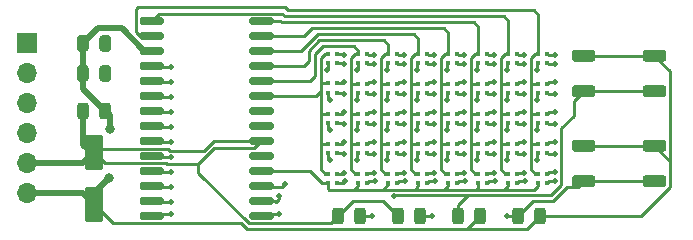
<source format=gbr>
%TF.GenerationSoftware,KiCad,Pcbnew,5.1.6-c6e7f7d~87~ubuntu18.04.1*%
%TF.CreationDate,2020-09-19T20:19:40+02:00*%
%TF.ProjectId,rgbpmod,72676270-6d6f-4642-9e6b-696361645f70,rev?*%
%TF.SameCoordinates,Original*%
%TF.FileFunction,Copper,L1,Top*%
%TF.FilePolarity,Positive*%
%FSLAX46Y46*%
G04 Gerber Fmt 4.6, Leading zero omitted, Abs format (unit mm)*
G04 Created by KiCad (PCBNEW 5.1.6-c6e7f7d~87~ubuntu18.04.1) date 2020-09-19 20:19:40*
%MOMM*%
%LPD*%
G01*
G04 APERTURE LIST*
%TA.AperFunction,SMDPad,CuDef*%
%ADD10R,0.450000X0.450000*%
%TD*%
%TA.AperFunction,ComponentPad*%
%ADD11R,1.700000X1.700000*%
%TD*%
%TA.AperFunction,ComponentPad*%
%ADD12O,1.700000X1.700000*%
%TD*%
%TA.AperFunction,ViaPad*%
%ADD13C,0.800000*%
%TD*%
%TA.AperFunction,ViaPad*%
%ADD14C,0.500000*%
%TD*%
%TA.AperFunction,Conductor*%
%ADD15C,0.500000*%
%TD*%
%TA.AperFunction,Conductor*%
%ADD16C,0.250000*%
%TD*%
G04 APERTURE END LIST*
%TO.P,C1,2*%
%TO.N,VCC*%
%TA.AperFunction,SMDPad,CuDef*%
G36*
G01*
X134435000Y-79831250D02*
X134435000Y-78918750D01*
G75*
G02*
X134678750Y-78675000I243750J0D01*
G01*
X135166250Y-78675000D01*
G75*
G02*
X135410000Y-78918750I0J-243750D01*
G01*
X135410000Y-79831250D01*
G75*
G02*
X135166250Y-80075000I-243750J0D01*
G01*
X134678750Y-80075000D01*
G75*
G02*
X134435000Y-79831250I0J243750D01*
G01*
G37*
%TD.AperFunction*%
%TO.P,C1,1*%
%TO.N,BTN1*%
%TA.AperFunction,SMDPad,CuDef*%
G36*
G01*
X132560000Y-79831250D02*
X132560000Y-78918750D01*
G75*
G02*
X132803750Y-78675000I243750J0D01*
G01*
X133291250Y-78675000D01*
G75*
G02*
X133535000Y-78918750I0J-243750D01*
G01*
X133535000Y-79831250D01*
G75*
G02*
X133291250Y-80075000I-243750J0D01*
G01*
X132803750Y-80075000D01*
G75*
G02*
X132560000Y-79831250I0J243750D01*
G01*
G37*
%TD.AperFunction*%
%TD*%
%TO.P,C2,1*%
%TO.N,BTN2*%
%TA.AperFunction,SMDPad,CuDef*%
G36*
G01*
X137640000Y-79831250D02*
X137640000Y-78918750D01*
G75*
G02*
X137883750Y-78675000I243750J0D01*
G01*
X138371250Y-78675000D01*
G75*
G02*
X138615000Y-78918750I0J-243750D01*
G01*
X138615000Y-79831250D01*
G75*
G02*
X138371250Y-80075000I-243750J0D01*
G01*
X137883750Y-80075000D01*
G75*
G02*
X137640000Y-79831250I0J243750D01*
G01*
G37*
%TD.AperFunction*%
%TO.P,C2,2*%
%TO.N,VCC*%
%TA.AperFunction,SMDPad,CuDef*%
G36*
G01*
X139515000Y-79831250D02*
X139515000Y-78918750D01*
G75*
G02*
X139758750Y-78675000I243750J0D01*
G01*
X140246250Y-78675000D01*
G75*
G02*
X140490000Y-78918750I0J-243750D01*
G01*
X140490000Y-79831250D01*
G75*
G02*
X140246250Y-80075000I-243750J0D01*
G01*
X139758750Y-80075000D01*
G75*
G02*
X139515000Y-79831250I0J243750D01*
G01*
G37*
%TD.AperFunction*%
%TD*%
D10*
%TO.P,D1,1*%
%TO.N,SEG1*%
X122043000Y-65655000D03*
%TO.P,D1,2*%
%TO.N,GRID1*%
X122813000Y-65655000D03*
%TO.P,D1,3*%
%TO.N,GRID2*%
X122813000Y-66425000D03*
%TO.P,D1,4*%
%TO.N,GRID3*%
X122043000Y-66425000D03*
%TD*%
%TO.P,D2,4*%
%TO.N,GRID6*%
X122043000Y-68925000D03*
%TO.P,D2,3*%
%TO.N,GRID5*%
X122813000Y-68925000D03*
%TO.P,D2,2*%
%TO.N,GRID4*%
X122813000Y-68155000D03*
%TO.P,D2,1*%
%TO.N,SEG1*%
X122043000Y-68155000D03*
%TD*%
%TO.P,D3,1*%
%TO.N,SEG1*%
X122043000Y-70735000D03*
%TO.P,D3,2*%
%TO.N,GRID7*%
X122813000Y-70735000D03*
%TO.P,D3,3*%
%TO.N,GRID8*%
X122813000Y-71505000D03*
%TO.P,D3,4*%
%TO.N,GRID9*%
X122043000Y-71505000D03*
%TD*%
%TO.P,D4,4*%
%TO.N,GRID12*%
X122043000Y-74045000D03*
%TO.P,D4,3*%
%TO.N,GRID11*%
X122813000Y-74045000D03*
%TO.P,D4,2*%
%TO.N,GRID10*%
X122813000Y-73275000D03*
%TO.P,D4,1*%
%TO.N,SEG1*%
X122043000Y-73275000D03*
%TD*%
%TO.P,D5,1*%
%TO.N,SEG1*%
X122043000Y-75815000D03*
%TO.P,D5,2*%
%TO.N,GRID13*%
X122813000Y-75815000D03*
%TO.P,D5,3*%
%TO.N,GRID14*%
X122813000Y-76585000D03*
%TO.P,D5,4*%
%TO.N,GRID15*%
X122043000Y-76585000D03*
%TD*%
%TO.P,D6,4*%
%TO.N,GRID3*%
X124583000Y-66425000D03*
%TO.P,D6,3*%
%TO.N,GRID2*%
X125353000Y-66425000D03*
%TO.P,D6,2*%
%TO.N,GRID1*%
X125353000Y-65655000D03*
%TO.P,D6,1*%
%TO.N,SEG2*%
X124583000Y-65655000D03*
%TD*%
%TO.P,D7,1*%
%TO.N,SEG2*%
X124583000Y-68195000D03*
%TO.P,D7,2*%
%TO.N,GRID4*%
X125353000Y-68195000D03*
%TO.P,D7,3*%
%TO.N,GRID5*%
X125353000Y-68965000D03*
%TO.P,D7,4*%
%TO.N,GRID6*%
X124583000Y-68965000D03*
%TD*%
%TO.P,D8,1*%
%TO.N,SEG2*%
X124583000Y-70735000D03*
%TO.P,D8,2*%
%TO.N,GRID7*%
X125353000Y-70735000D03*
%TO.P,D8,3*%
%TO.N,GRID8*%
X125353000Y-71505000D03*
%TO.P,D8,4*%
%TO.N,GRID9*%
X124583000Y-71505000D03*
%TD*%
%TO.P,D9,4*%
%TO.N,GRID12*%
X124583000Y-74045000D03*
%TO.P,D9,3*%
%TO.N,GRID11*%
X125353000Y-74045000D03*
%TO.P,D9,2*%
%TO.N,GRID10*%
X125353000Y-73275000D03*
%TO.P,D9,1*%
%TO.N,SEG2*%
X124583000Y-73275000D03*
%TD*%
%TO.P,D10,4*%
%TO.N,GRID15*%
X124583000Y-76585000D03*
%TO.P,D10,3*%
%TO.N,GRID14*%
X125353000Y-76585000D03*
%TO.P,D10,2*%
%TO.N,GRID13*%
X125353000Y-75815000D03*
%TO.P,D10,1*%
%TO.N,SEG2*%
X124583000Y-75815000D03*
%TD*%
%TO.P,D11,4*%
%TO.N,GRID3*%
X127123000Y-66425000D03*
%TO.P,D11,3*%
%TO.N,GRID2*%
X127893000Y-66425000D03*
%TO.P,D11,2*%
%TO.N,GRID1*%
X127893000Y-65655000D03*
%TO.P,D11,1*%
%TO.N,SEG3*%
X127123000Y-65655000D03*
%TD*%
%TO.P,D12,1*%
%TO.N,SEG3*%
X127123000Y-68195000D03*
%TO.P,D12,2*%
%TO.N,GRID4*%
X127893000Y-68195000D03*
%TO.P,D12,3*%
%TO.N,GRID5*%
X127893000Y-68965000D03*
%TO.P,D12,4*%
%TO.N,GRID6*%
X127123000Y-68965000D03*
%TD*%
%TO.P,D13,4*%
%TO.N,GRID9*%
X127123000Y-71505000D03*
%TO.P,D13,3*%
%TO.N,GRID8*%
X127893000Y-71505000D03*
%TO.P,D13,2*%
%TO.N,GRID7*%
X127893000Y-70735000D03*
%TO.P,D13,1*%
%TO.N,SEG3*%
X127123000Y-70735000D03*
%TD*%
%TO.P,D14,1*%
%TO.N,SEG3*%
X127123000Y-73275000D03*
%TO.P,D14,2*%
%TO.N,GRID10*%
X127893000Y-73275000D03*
%TO.P,D14,3*%
%TO.N,GRID11*%
X127893000Y-74045000D03*
%TO.P,D14,4*%
%TO.N,GRID12*%
X127123000Y-74045000D03*
%TD*%
%TO.P,D15,1*%
%TO.N,SEG3*%
X127123000Y-75815000D03*
%TO.P,D15,2*%
%TO.N,GRID13*%
X127893000Y-75815000D03*
%TO.P,D15,3*%
%TO.N,GRID14*%
X127893000Y-76585000D03*
%TO.P,D15,4*%
%TO.N,GRID15*%
X127123000Y-76585000D03*
%TD*%
%TO.P,D16,4*%
%TO.N,GRID3*%
X129663000Y-66425000D03*
%TO.P,D16,3*%
%TO.N,GRID2*%
X130433000Y-66425000D03*
%TO.P,D16,2*%
%TO.N,GRID1*%
X130433000Y-65655000D03*
%TO.P,D16,1*%
%TO.N,SEG4*%
X129663000Y-65655000D03*
%TD*%
%TO.P,D17,1*%
%TO.N,SEG4*%
X129663000Y-68195000D03*
%TO.P,D17,2*%
%TO.N,GRID4*%
X130433000Y-68195000D03*
%TO.P,D17,3*%
%TO.N,GRID5*%
X130433000Y-68965000D03*
%TO.P,D17,4*%
%TO.N,GRID6*%
X129663000Y-68965000D03*
%TD*%
%TO.P,D18,4*%
%TO.N,GRID9*%
X129663000Y-71505000D03*
%TO.P,D18,3*%
%TO.N,GRID8*%
X130433000Y-71505000D03*
%TO.P,D18,2*%
%TO.N,GRID7*%
X130433000Y-70735000D03*
%TO.P,D18,1*%
%TO.N,SEG4*%
X129663000Y-70735000D03*
%TD*%
%TO.P,D19,1*%
%TO.N,SEG4*%
X129663000Y-73275000D03*
%TO.P,D19,2*%
%TO.N,GRID10*%
X130433000Y-73275000D03*
%TO.P,D19,3*%
%TO.N,GRID11*%
X130433000Y-74045000D03*
%TO.P,D19,4*%
%TO.N,GRID12*%
X129663000Y-74045000D03*
%TD*%
%TO.P,D20,4*%
%TO.N,GRID15*%
X129663000Y-76585000D03*
%TO.P,D20,3*%
%TO.N,GRID14*%
X130433000Y-76585000D03*
%TO.P,D20,2*%
%TO.N,GRID13*%
X130433000Y-75815000D03*
%TO.P,D20,1*%
%TO.N,SEG4*%
X129663000Y-75815000D03*
%TD*%
%TO.P,D21,4*%
%TO.N,GRID3*%
X132203000Y-66425000D03*
%TO.P,D21,3*%
%TO.N,GRID2*%
X132973000Y-66425000D03*
%TO.P,D21,2*%
%TO.N,GRID1*%
X132973000Y-65655000D03*
%TO.P,D21,1*%
%TO.N,SEG5*%
X132203000Y-65655000D03*
%TD*%
%TO.P,D22,4*%
%TO.N,GRID6*%
X132203000Y-68965000D03*
%TO.P,D22,3*%
%TO.N,GRID5*%
X132973000Y-68965000D03*
%TO.P,D22,2*%
%TO.N,GRID4*%
X132973000Y-68195000D03*
%TO.P,D22,1*%
%TO.N,SEG5*%
X132203000Y-68195000D03*
%TD*%
%TO.P,D23,4*%
%TO.N,GRID9*%
X132203000Y-71505000D03*
%TO.P,D23,3*%
%TO.N,GRID8*%
X132973000Y-71505000D03*
%TO.P,D23,2*%
%TO.N,GRID7*%
X132973000Y-70735000D03*
%TO.P,D23,1*%
%TO.N,SEG5*%
X132203000Y-70735000D03*
%TD*%
%TO.P,D24,1*%
%TO.N,SEG5*%
X132203000Y-73275000D03*
%TO.P,D24,2*%
%TO.N,GRID10*%
X132973000Y-73275000D03*
%TO.P,D24,3*%
%TO.N,GRID11*%
X132973000Y-74045000D03*
%TO.P,D24,4*%
%TO.N,GRID12*%
X132203000Y-74045000D03*
%TD*%
%TO.P,D25,1*%
%TO.N,SEG5*%
X132203000Y-75815000D03*
%TO.P,D25,2*%
%TO.N,GRID13*%
X132973000Y-75815000D03*
%TO.P,D25,3*%
%TO.N,GRID14*%
X132973000Y-76585000D03*
%TO.P,D25,4*%
%TO.N,GRID15*%
X132203000Y-76585000D03*
%TD*%
%TO.P,D26,4*%
%TO.N,GRID3*%
X134743000Y-66425000D03*
%TO.P,D26,3*%
%TO.N,GRID2*%
X135513000Y-66425000D03*
%TO.P,D26,2*%
%TO.N,GRID1*%
X135513000Y-65655000D03*
%TO.P,D26,1*%
%TO.N,SEG6*%
X134743000Y-65655000D03*
%TD*%
%TO.P,D27,1*%
%TO.N,SEG6*%
X134743000Y-68195000D03*
%TO.P,D27,2*%
%TO.N,GRID4*%
X135513000Y-68195000D03*
%TO.P,D27,3*%
%TO.N,GRID5*%
X135513000Y-68965000D03*
%TO.P,D27,4*%
%TO.N,GRID6*%
X134743000Y-68965000D03*
%TD*%
%TO.P,D28,4*%
%TO.N,GRID9*%
X134743000Y-71505000D03*
%TO.P,D28,3*%
%TO.N,GRID8*%
X135513000Y-71505000D03*
%TO.P,D28,2*%
%TO.N,GRID7*%
X135513000Y-70735000D03*
%TO.P,D28,1*%
%TO.N,SEG6*%
X134743000Y-70735000D03*
%TD*%
%TO.P,D29,1*%
%TO.N,SEG6*%
X134743000Y-73275000D03*
%TO.P,D29,2*%
%TO.N,GRID10*%
X135513000Y-73275000D03*
%TO.P,D29,3*%
%TO.N,GRID11*%
X135513000Y-74045000D03*
%TO.P,D29,4*%
%TO.N,GRID12*%
X134743000Y-74045000D03*
%TD*%
%TO.P,D30,4*%
%TO.N,GRID15*%
X134743000Y-76585000D03*
%TO.P,D30,3*%
%TO.N,GRID14*%
X135513000Y-76585000D03*
%TO.P,D30,2*%
%TO.N,GRID13*%
X135513000Y-75815000D03*
%TO.P,D30,1*%
%TO.N,SEG6*%
X134743000Y-75815000D03*
%TD*%
%TO.P,D31,4*%
%TO.N,GRID3*%
X137283000Y-66425000D03*
%TO.P,D31,3*%
%TO.N,GRID2*%
X138053000Y-66425000D03*
%TO.P,D31,2*%
%TO.N,GRID1*%
X138053000Y-65655000D03*
%TO.P,D31,1*%
%TO.N,SEG7*%
X137283000Y-65655000D03*
%TD*%
%TO.P,D32,1*%
%TO.N,SEG7*%
X137283000Y-68195000D03*
%TO.P,D32,2*%
%TO.N,GRID4*%
X138053000Y-68195000D03*
%TO.P,D32,3*%
%TO.N,GRID5*%
X138053000Y-68965000D03*
%TO.P,D32,4*%
%TO.N,GRID6*%
X137283000Y-68965000D03*
%TD*%
%TO.P,D33,4*%
%TO.N,GRID9*%
X137283000Y-71505000D03*
%TO.P,D33,3*%
%TO.N,GRID8*%
X138053000Y-71505000D03*
%TO.P,D33,2*%
%TO.N,GRID7*%
X138053000Y-70735000D03*
%TO.P,D33,1*%
%TO.N,SEG7*%
X137283000Y-70735000D03*
%TD*%
%TO.P,D34,1*%
%TO.N,SEG7*%
X137283000Y-73275000D03*
%TO.P,D34,2*%
%TO.N,GRID10*%
X138053000Y-73275000D03*
%TO.P,D34,3*%
%TO.N,GRID11*%
X138053000Y-74045000D03*
%TO.P,D34,4*%
%TO.N,GRID12*%
X137283000Y-74045000D03*
%TD*%
%TO.P,D35,1*%
%TO.N,SEG7*%
X137283000Y-75815000D03*
%TO.P,D35,2*%
%TO.N,GRID13*%
X138053000Y-75815000D03*
%TO.P,D35,3*%
%TO.N,GRID14*%
X138053000Y-76585000D03*
%TO.P,D35,4*%
%TO.N,GRID15*%
X137283000Y-76585000D03*
%TD*%
%TO.P,D36,1*%
%TO.N,SEG8*%
X139823000Y-65655000D03*
%TO.P,D36,2*%
%TO.N,GRID1*%
X140593000Y-65655000D03*
%TO.P,D36,3*%
%TO.N,GRID2*%
X140593000Y-66425000D03*
%TO.P,D36,4*%
%TO.N,GRID3*%
X139823000Y-66425000D03*
%TD*%
%TO.P,D37,1*%
%TO.N,SEG8*%
X139823000Y-68195000D03*
%TO.P,D37,2*%
%TO.N,GRID4*%
X140593000Y-68195000D03*
%TO.P,D37,3*%
%TO.N,GRID5*%
X140593000Y-68965000D03*
%TO.P,D37,4*%
%TO.N,GRID6*%
X139823000Y-68965000D03*
%TD*%
%TO.P,D38,4*%
%TO.N,GRID9*%
X139823000Y-71505000D03*
%TO.P,D38,3*%
%TO.N,GRID8*%
X140593000Y-71505000D03*
%TO.P,D38,2*%
%TO.N,GRID7*%
X140593000Y-70735000D03*
%TO.P,D38,1*%
%TO.N,SEG8*%
X139823000Y-70735000D03*
%TD*%
%TO.P,D39,1*%
%TO.N,SEG8*%
X139823000Y-73275000D03*
%TO.P,D39,2*%
%TO.N,GRID10*%
X140593000Y-73275000D03*
%TO.P,D39,3*%
%TO.N,GRID11*%
X140593000Y-74045000D03*
%TO.P,D39,4*%
%TO.N,GRID12*%
X139823000Y-74045000D03*
%TD*%
%TO.P,D40,4*%
%TO.N,GRID15*%
X139823000Y-76585000D03*
%TO.P,D40,3*%
%TO.N,GRID14*%
X140593000Y-76585000D03*
%TO.P,D40,2*%
%TO.N,GRID13*%
X140593000Y-75815000D03*
%TO.P,D40,1*%
%TO.N,SEG8*%
X139823000Y-75815000D03*
%TD*%
D11*
%TO.P,J1,1*%
%TO.N,DIN*%
X96520000Y-64770000D03*
D12*
%TO.P,J1,2*%
%TO.N,SCLK*%
X96520000Y-67310000D03*
%TO.P,J1,3*%
%TO.N,BTN1*%
X96520000Y-69850000D03*
%TO.P,J1,4*%
%TO.N,BTN2*%
X96520000Y-72390000D03*
%TO.P,J1,5*%
%TO.N,GND*%
X96520000Y-74930000D03*
%TO.P,J1,6*%
%TO.N,VCC*%
X96520000Y-77470000D03*
%TD*%
%TO.P,R1,2*%
%TO.N,BTN1*%
%TA.AperFunction,SMDPad,CuDef*%
G36*
G01*
X124275000Y-79831250D02*
X124275000Y-78918750D01*
G75*
G02*
X124518750Y-78675000I243750J0D01*
G01*
X125006250Y-78675000D01*
G75*
G02*
X125250000Y-78918750I0J-243750D01*
G01*
X125250000Y-79831250D01*
G75*
G02*
X125006250Y-80075000I-243750J0D01*
G01*
X124518750Y-80075000D01*
G75*
G02*
X124275000Y-79831250I0J243750D01*
G01*
G37*
%TD.AperFunction*%
%TO.P,R1,1*%
%TO.N,GND*%
%TA.AperFunction,SMDPad,CuDef*%
G36*
G01*
X122400000Y-79831250D02*
X122400000Y-78918750D01*
G75*
G02*
X122643750Y-78675000I243750J0D01*
G01*
X123131250Y-78675000D01*
G75*
G02*
X123375000Y-78918750I0J-243750D01*
G01*
X123375000Y-79831250D01*
G75*
G02*
X123131250Y-80075000I-243750J0D01*
G01*
X122643750Y-80075000D01*
G75*
G02*
X122400000Y-79831250I0J243750D01*
G01*
G37*
%TD.AperFunction*%
%TD*%
%TO.P,R2,2*%
%TO.N,BTN2*%
%TA.AperFunction,SMDPad,CuDef*%
G36*
G01*
X129355000Y-79831250D02*
X129355000Y-78918750D01*
G75*
G02*
X129598750Y-78675000I243750J0D01*
G01*
X130086250Y-78675000D01*
G75*
G02*
X130330000Y-78918750I0J-243750D01*
G01*
X130330000Y-79831250D01*
G75*
G02*
X130086250Y-80075000I-243750J0D01*
G01*
X129598750Y-80075000D01*
G75*
G02*
X129355000Y-79831250I0J243750D01*
G01*
G37*
%TD.AperFunction*%
%TO.P,R2,1*%
%TO.N,GND*%
%TA.AperFunction,SMDPad,CuDef*%
G36*
G01*
X127480000Y-79831250D02*
X127480000Y-78918750D01*
G75*
G02*
X127723750Y-78675000I243750J0D01*
G01*
X128211250Y-78675000D01*
G75*
G02*
X128455000Y-78918750I0J-243750D01*
G01*
X128455000Y-79831250D01*
G75*
G02*
X128211250Y-80075000I-243750J0D01*
G01*
X127723750Y-80075000D01*
G75*
G02*
X127480000Y-79831250I0J243750D01*
G01*
G37*
%TD.AperFunction*%
%TD*%
%TO.P,R3,1*%
%TO.N,VCC*%
%TA.AperFunction,SMDPad,CuDef*%
G36*
G01*
X100810000Y-65226250D02*
X100810000Y-64313750D01*
G75*
G02*
X101053750Y-64070000I243750J0D01*
G01*
X101541250Y-64070000D01*
G75*
G02*
X101785000Y-64313750I0J-243750D01*
G01*
X101785000Y-65226250D01*
G75*
G02*
X101541250Y-65470000I-243750J0D01*
G01*
X101053750Y-65470000D01*
G75*
G02*
X100810000Y-65226250I0J243750D01*
G01*
G37*
%TD.AperFunction*%
%TO.P,R3,2*%
%TO.N,DIN*%
%TA.AperFunction,SMDPad,CuDef*%
G36*
G01*
X102685000Y-65226250D02*
X102685000Y-64313750D01*
G75*
G02*
X102928750Y-64070000I243750J0D01*
G01*
X103416250Y-64070000D01*
G75*
G02*
X103660000Y-64313750I0J-243750D01*
G01*
X103660000Y-65226250D01*
G75*
G02*
X103416250Y-65470000I-243750J0D01*
G01*
X102928750Y-65470000D01*
G75*
G02*
X102685000Y-65226250I0J243750D01*
G01*
G37*
%TD.AperFunction*%
%TD*%
%TO.P,R4,1*%
%TO.N,VCC*%
%TA.AperFunction,SMDPad,CuDef*%
G36*
G01*
X100810000Y-67766250D02*
X100810000Y-66853750D01*
G75*
G02*
X101053750Y-66610000I243750J0D01*
G01*
X101541250Y-66610000D01*
G75*
G02*
X101785000Y-66853750I0J-243750D01*
G01*
X101785000Y-67766250D01*
G75*
G02*
X101541250Y-68010000I-243750J0D01*
G01*
X101053750Y-68010000D01*
G75*
G02*
X100810000Y-67766250I0J243750D01*
G01*
G37*
%TD.AperFunction*%
%TO.P,R4,2*%
%TO.N,SCLK*%
%TA.AperFunction,SMDPad,CuDef*%
G36*
G01*
X102685000Y-67766250D02*
X102685000Y-66853750D01*
G75*
G02*
X102928750Y-66610000I243750J0D01*
G01*
X103416250Y-66610000D01*
G75*
G02*
X103660000Y-66853750I0J-243750D01*
G01*
X103660000Y-67766250D01*
G75*
G02*
X103416250Y-68010000I-243750J0D01*
G01*
X102928750Y-68010000D01*
G75*
G02*
X102685000Y-67766250I0J243750D01*
G01*
G37*
%TD.AperFunction*%
%TD*%
%TO.P,SW1,1*%
%TO.N,VCC*%
%TA.AperFunction,SMDPad,CuDef*%
G36*
G01*
X142685000Y-66060000D02*
X142685000Y-65560000D01*
G75*
G02*
X142935000Y-65310000I250000J0D01*
G01*
X144435000Y-65310000D01*
G75*
G02*
X144685000Y-65560000I0J-250000D01*
G01*
X144685000Y-66060000D01*
G75*
G02*
X144435000Y-66310000I-250000J0D01*
G01*
X142935000Y-66310000D01*
G75*
G02*
X142685000Y-66060000I0J250000D01*
G01*
G37*
%TD.AperFunction*%
%TO.P,SW1,2*%
%TO.N,BTN1*%
%TA.AperFunction,SMDPad,CuDef*%
G36*
G01*
X142685000Y-69060000D02*
X142685000Y-68560000D01*
G75*
G02*
X142935000Y-68310000I250000J0D01*
G01*
X144435000Y-68310000D01*
G75*
G02*
X144685000Y-68560000I0J-250000D01*
G01*
X144685000Y-69060000D01*
G75*
G02*
X144435000Y-69310000I-250000J0D01*
G01*
X142935000Y-69310000D01*
G75*
G02*
X142685000Y-69060000I0J250000D01*
G01*
G37*
%TD.AperFunction*%
%TO.P,SW1,1*%
%TO.N,VCC*%
%TA.AperFunction,SMDPad,CuDef*%
G36*
G01*
X148685000Y-66060000D02*
X148685000Y-65560000D01*
G75*
G02*
X148935000Y-65310000I250000J0D01*
G01*
X150435000Y-65310000D01*
G75*
G02*
X150685000Y-65560000I0J-250000D01*
G01*
X150685000Y-66060000D01*
G75*
G02*
X150435000Y-66310000I-250000J0D01*
G01*
X148935000Y-66310000D01*
G75*
G02*
X148685000Y-66060000I0J250000D01*
G01*
G37*
%TD.AperFunction*%
%TO.P,SW1,2*%
%TO.N,BTN1*%
%TA.AperFunction,SMDPad,CuDef*%
G36*
G01*
X148685000Y-69060000D02*
X148685000Y-68560000D01*
G75*
G02*
X148935000Y-68310000I250000J0D01*
G01*
X150435000Y-68310000D01*
G75*
G02*
X150685000Y-68560000I0J-250000D01*
G01*
X150685000Y-69060000D01*
G75*
G02*
X150435000Y-69310000I-250000J0D01*
G01*
X148935000Y-69310000D01*
G75*
G02*
X148685000Y-69060000I0J250000D01*
G01*
G37*
%TD.AperFunction*%
%TD*%
%TO.P,SW2,2*%
%TO.N,BTN2*%
%TA.AperFunction,SMDPad,CuDef*%
G36*
G01*
X148685000Y-76680000D02*
X148685000Y-76180000D01*
G75*
G02*
X148935000Y-75930000I250000J0D01*
G01*
X150435000Y-75930000D01*
G75*
G02*
X150685000Y-76180000I0J-250000D01*
G01*
X150685000Y-76680000D01*
G75*
G02*
X150435000Y-76930000I-250000J0D01*
G01*
X148935000Y-76930000D01*
G75*
G02*
X148685000Y-76680000I0J250000D01*
G01*
G37*
%TD.AperFunction*%
%TO.P,SW2,1*%
%TO.N,VCC*%
%TA.AperFunction,SMDPad,CuDef*%
G36*
G01*
X148685000Y-73680000D02*
X148685000Y-73180000D01*
G75*
G02*
X148935000Y-72930000I250000J0D01*
G01*
X150435000Y-72930000D01*
G75*
G02*
X150685000Y-73180000I0J-250000D01*
G01*
X150685000Y-73680000D01*
G75*
G02*
X150435000Y-73930000I-250000J0D01*
G01*
X148935000Y-73930000D01*
G75*
G02*
X148685000Y-73680000I0J250000D01*
G01*
G37*
%TD.AperFunction*%
%TO.P,SW2,2*%
%TO.N,BTN2*%
%TA.AperFunction,SMDPad,CuDef*%
G36*
G01*
X142685000Y-76680000D02*
X142685000Y-76180000D01*
G75*
G02*
X142935000Y-75930000I250000J0D01*
G01*
X144435000Y-75930000D01*
G75*
G02*
X144685000Y-76180000I0J-250000D01*
G01*
X144685000Y-76680000D01*
G75*
G02*
X144435000Y-76930000I-250000J0D01*
G01*
X142935000Y-76930000D01*
G75*
G02*
X142685000Y-76680000I0J250000D01*
G01*
G37*
%TD.AperFunction*%
%TO.P,SW2,1*%
%TO.N,VCC*%
%TA.AperFunction,SMDPad,CuDef*%
G36*
G01*
X142685000Y-73680000D02*
X142685000Y-73180000D01*
G75*
G02*
X142935000Y-72930000I250000J0D01*
G01*
X144435000Y-72930000D01*
G75*
G02*
X144685000Y-73180000I0J-250000D01*
G01*
X144685000Y-73680000D01*
G75*
G02*
X144435000Y-73930000I-250000J0D01*
G01*
X142935000Y-73930000D01*
G75*
G02*
X142685000Y-73680000I0J250000D01*
G01*
G37*
%TD.AperFunction*%
%TD*%
%TO.P,U1,1*%
%TO.N,GRID12*%
%TA.AperFunction,SMDPad,CuDef*%
G36*
G01*
X117435000Y-79225000D02*
X117435000Y-79525000D01*
G75*
G02*
X117285000Y-79675000I-150000J0D01*
G01*
X115535000Y-79675000D01*
G75*
G02*
X115385000Y-79525000I0J150000D01*
G01*
X115385000Y-79225000D01*
G75*
G02*
X115535000Y-79075000I150000J0D01*
G01*
X117285000Y-79075000D01*
G75*
G02*
X117435000Y-79225000I0J-150000D01*
G01*
G37*
%TD.AperFunction*%
%TO.P,U1,2*%
%TO.N,GRID13*%
%TA.AperFunction,SMDPad,CuDef*%
G36*
G01*
X117435000Y-77955000D02*
X117435000Y-78255000D01*
G75*
G02*
X117285000Y-78405000I-150000J0D01*
G01*
X115535000Y-78405000D01*
G75*
G02*
X115385000Y-78255000I0J150000D01*
G01*
X115385000Y-77955000D01*
G75*
G02*
X115535000Y-77805000I150000J0D01*
G01*
X117285000Y-77805000D01*
G75*
G02*
X117435000Y-77955000I0J-150000D01*
G01*
G37*
%TD.AperFunction*%
%TO.P,U1,3*%
%TO.N,GRID14*%
%TA.AperFunction,SMDPad,CuDef*%
G36*
G01*
X117435000Y-76685000D02*
X117435000Y-76985000D01*
G75*
G02*
X117285000Y-77135000I-150000J0D01*
G01*
X115535000Y-77135000D01*
G75*
G02*
X115385000Y-76985000I0J150000D01*
G01*
X115385000Y-76685000D01*
G75*
G02*
X115535000Y-76535000I150000J0D01*
G01*
X117285000Y-76535000D01*
G75*
G02*
X117435000Y-76685000I0J-150000D01*
G01*
G37*
%TD.AperFunction*%
%TO.P,U1,4*%
%TO.N,GRID15*%
%TA.AperFunction,SMDPad,CuDef*%
G36*
G01*
X117435000Y-75415000D02*
X117435000Y-75715000D01*
G75*
G02*
X117285000Y-75865000I-150000J0D01*
G01*
X115535000Y-75865000D01*
G75*
G02*
X115385000Y-75715000I0J150000D01*
G01*
X115385000Y-75415000D01*
G75*
G02*
X115535000Y-75265000I150000J0D01*
G01*
X117285000Y-75265000D01*
G75*
G02*
X117435000Y-75415000I0J-150000D01*
G01*
G37*
%TD.AperFunction*%
%TO.P,U1,5*%
%TO.N,Net-(U1-Pad5)*%
%TA.AperFunction,SMDPad,CuDef*%
G36*
G01*
X117435000Y-74145000D02*
X117435000Y-74445000D01*
G75*
G02*
X117285000Y-74595000I-150000J0D01*
G01*
X115535000Y-74595000D01*
G75*
G02*
X115385000Y-74445000I0J150000D01*
G01*
X115385000Y-74145000D01*
G75*
G02*
X115535000Y-73995000I150000J0D01*
G01*
X117285000Y-73995000D01*
G75*
G02*
X117435000Y-74145000I0J-150000D01*
G01*
G37*
%TD.AperFunction*%
%TO.P,U1,6*%
%TO.N,GND*%
%TA.AperFunction,SMDPad,CuDef*%
G36*
G01*
X117435000Y-72875000D02*
X117435000Y-73175000D01*
G75*
G02*
X117285000Y-73325000I-150000J0D01*
G01*
X115535000Y-73325000D01*
G75*
G02*
X115385000Y-73175000I0J150000D01*
G01*
X115385000Y-72875000D01*
G75*
G02*
X115535000Y-72725000I150000J0D01*
G01*
X117285000Y-72725000D01*
G75*
G02*
X117435000Y-72875000I0J-150000D01*
G01*
G37*
%TD.AperFunction*%
%TO.P,U1,7*%
%TO.N,DIN*%
%TA.AperFunction,SMDPad,CuDef*%
G36*
G01*
X117435000Y-71605000D02*
X117435000Y-71905000D01*
G75*
G02*
X117285000Y-72055000I-150000J0D01*
G01*
X115535000Y-72055000D01*
G75*
G02*
X115385000Y-71905000I0J150000D01*
G01*
X115385000Y-71605000D01*
G75*
G02*
X115535000Y-71455000I150000J0D01*
G01*
X117285000Y-71455000D01*
G75*
G02*
X117435000Y-71605000I0J-150000D01*
G01*
G37*
%TD.AperFunction*%
%TO.P,U1,8*%
%TO.N,SCLK*%
%TA.AperFunction,SMDPad,CuDef*%
G36*
G01*
X117435000Y-70335000D02*
X117435000Y-70635000D01*
G75*
G02*
X117285000Y-70785000I-150000J0D01*
G01*
X115535000Y-70785000D01*
G75*
G02*
X115385000Y-70635000I0J150000D01*
G01*
X115385000Y-70335000D01*
G75*
G02*
X115535000Y-70185000I150000J0D01*
G01*
X117285000Y-70185000D01*
G75*
G02*
X117435000Y-70335000I0J-150000D01*
G01*
G37*
%TD.AperFunction*%
%TO.P,U1,9*%
%TO.N,SEG1*%
%TA.AperFunction,SMDPad,CuDef*%
G36*
G01*
X117435000Y-69065000D02*
X117435000Y-69365000D01*
G75*
G02*
X117285000Y-69515000I-150000J0D01*
G01*
X115535000Y-69515000D01*
G75*
G02*
X115385000Y-69365000I0J150000D01*
G01*
X115385000Y-69065000D01*
G75*
G02*
X115535000Y-68915000I150000J0D01*
G01*
X117285000Y-68915000D01*
G75*
G02*
X117435000Y-69065000I0J-150000D01*
G01*
G37*
%TD.AperFunction*%
%TO.P,U1,10*%
%TO.N,SEG2*%
%TA.AperFunction,SMDPad,CuDef*%
G36*
G01*
X117435000Y-67795000D02*
X117435000Y-68095000D01*
G75*
G02*
X117285000Y-68245000I-150000J0D01*
G01*
X115535000Y-68245000D01*
G75*
G02*
X115385000Y-68095000I0J150000D01*
G01*
X115385000Y-67795000D01*
G75*
G02*
X115535000Y-67645000I150000J0D01*
G01*
X117285000Y-67645000D01*
G75*
G02*
X117435000Y-67795000I0J-150000D01*
G01*
G37*
%TD.AperFunction*%
%TO.P,U1,11*%
%TO.N,SEG3*%
%TA.AperFunction,SMDPad,CuDef*%
G36*
G01*
X117435000Y-66525000D02*
X117435000Y-66825000D01*
G75*
G02*
X117285000Y-66975000I-150000J0D01*
G01*
X115535000Y-66975000D01*
G75*
G02*
X115385000Y-66825000I0J150000D01*
G01*
X115385000Y-66525000D01*
G75*
G02*
X115535000Y-66375000I150000J0D01*
G01*
X117285000Y-66375000D01*
G75*
G02*
X117435000Y-66525000I0J-150000D01*
G01*
G37*
%TD.AperFunction*%
%TO.P,U1,12*%
%TO.N,SEG4*%
%TA.AperFunction,SMDPad,CuDef*%
G36*
G01*
X117435000Y-65255000D02*
X117435000Y-65555000D01*
G75*
G02*
X117285000Y-65705000I-150000J0D01*
G01*
X115535000Y-65705000D01*
G75*
G02*
X115385000Y-65555000I0J150000D01*
G01*
X115385000Y-65255000D01*
G75*
G02*
X115535000Y-65105000I150000J0D01*
G01*
X117285000Y-65105000D01*
G75*
G02*
X117435000Y-65255000I0J-150000D01*
G01*
G37*
%TD.AperFunction*%
%TO.P,U1,13*%
%TO.N,SEG5*%
%TA.AperFunction,SMDPad,CuDef*%
G36*
G01*
X117435000Y-63985000D02*
X117435000Y-64285000D01*
G75*
G02*
X117285000Y-64435000I-150000J0D01*
G01*
X115535000Y-64435000D01*
G75*
G02*
X115385000Y-64285000I0J150000D01*
G01*
X115385000Y-63985000D01*
G75*
G02*
X115535000Y-63835000I150000J0D01*
G01*
X117285000Y-63835000D01*
G75*
G02*
X117435000Y-63985000I0J-150000D01*
G01*
G37*
%TD.AperFunction*%
%TO.P,U1,14*%
%TO.N,SEG6*%
%TA.AperFunction,SMDPad,CuDef*%
G36*
G01*
X117435000Y-62715000D02*
X117435000Y-63015000D01*
G75*
G02*
X117285000Y-63165000I-150000J0D01*
G01*
X115535000Y-63165000D01*
G75*
G02*
X115385000Y-63015000I0J150000D01*
G01*
X115385000Y-62715000D01*
G75*
G02*
X115535000Y-62565000I150000J0D01*
G01*
X117285000Y-62565000D01*
G75*
G02*
X117435000Y-62715000I0J-150000D01*
G01*
G37*
%TD.AperFunction*%
%TO.P,U1,15*%
%TO.N,SEG7*%
%TA.AperFunction,SMDPad,CuDef*%
G36*
G01*
X108135000Y-62715000D02*
X108135000Y-63015000D01*
G75*
G02*
X107985000Y-63165000I-150000J0D01*
G01*
X106235000Y-63165000D01*
G75*
G02*
X106085000Y-63015000I0J150000D01*
G01*
X106085000Y-62715000D01*
G75*
G02*
X106235000Y-62565000I150000J0D01*
G01*
X107985000Y-62565000D01*
G75*
G02*
X108135000Y-62715000I0J-150000D01*
G01*
G37*
%TD.AperFunction*%
%TO.P,U1,16*%
%TO.N,SEG8*%
%TA.AperFunction,SMDPad,CuDef*%
G36*
G01*
X108135000Y-63985000D02*
X108135000Y-64285000D01*
G75*
G02*
X107985000Y-64435000I-150000J0D01*
G01*
X106235000Y-64435000D01*
G75*
G02*
X106085000Y-64285000I0J150000D01*
G01*
X106085000Y-63985000D01*
G75*
G02*
X106235000Y-63835000I150000J0D01*
G01*
X107985000Y-63835000D01*
G75*
G02*
X108135000Y-63985000I0J-150000D01*
G01*
G37*
%TD.AperFunction*%
%TO.P,U1,17*%
%TO.N,VCC*%
%TA.AperFunction,SMDPad,CuDef*%
G36*
G01*
X108135000Y-65255000D02*
X108135000Y-65555000D01*
G75*
G02*
X107985000Y-65705000I-150000J0D01*
G01*
X106235000Y-65705000D01*
G75*
G02*
X106085000Y-65555000I0J150000D01*
G01*
X106085000Y-65255000D01*
G75*
G02*
X106235000Y-65105000I150000J0D01*
G01*
X107985000Y-65105000D01*
G75*
G02*
X108135000Y-65255000I0J-150000D01*
G01*
G37*
%TD.AperFunction*%
%TO.P,U1,18*%
%TO.N,GRID1*%
%TA.AperFunction,SMDPad,CuDef*%
G36*
G01*
X108135000Y-66525000D02*
X108135000Y-66825000D01*
G75*
G02*
X107985000Y-66975000I-150000J0D01*
G01*
X106235000Y-66975000D01*
G75*
G02*
X106085000Y-66825000I0J150000D01*
G01*
X106085000Y-66525000D01*
G75*
G02*
X106235000Y-66375000I150000J0D01*
G01*
X107985000Y-66375000D01*
G75*
G02*
X108135000Y-66525000I0J-150000D01*
G01*
G37*
%TD.AperFunction*%
%TO.P,U1,19*%
%TO.N,GRID2*%
%TA.AperFunction,SMDPad,CuDef*%
G36*
G01*
X108135000Y-67795000D02*
X108135000Y-68095000D01*
G75*
G02*
X107985000Y-68245000I-150000J0D01*
G01*
X106235000Y-68245000D01*
G75*
G02*
X106085000Y-68095000I0J150000D01*
G01*
X106085000Y-67795000D01*
G75*
G02*
X106235000Y-67645000I150000J0D01*
G01*
X107985000Y-67645000D01*
G75*
G02*
X108135000Y-67795000I0J-150000D01*
G01*
G37*
%TD.AperFunction*%
%TO.P,U1,20*%
%TO.N,GRID3*%
%TA.AperFunction,SMDPad,CuDef*%
G36*
G01*
X108135000Y-69065000D02*
X108135000Y-69365000D01*
G75*
G02*
X107985000Y-69515000I-150000J0D01*
G01*
X106235000Y-69515000D01*
G75*
G02*
X106085000Y-69365000I0J150000D01*
G01*
X106085000Y-69065000D01*
G75*
G02*
X106235000Y-68915000I150000J0D01*
G01*
X107985000Y-68915000D01*
G75*
G02*
X108135000Y-69065000I0J-150000D01*
G01*
G37*
%TD.AperFunction*%
%TO.P,U1,21*%
%TO.N,GRID4*%
%TA.AperFunction,SMDPad,CuDef*%
G36*
G01*
X108135000Y-70335000D02*
X108135000Y-70635000D01*
G75*
G02*
X107985000Y-70785000I-150000J0D01*
G01*
X106235000Y-70785000D01*
G75*
G02*
X106085000Y-70635000I0J150000D01*
G01*
X106085000Y-70335000D01*
G75*
G02*
X106235000Y-70185000I150000J0D01*
G01*
X107985000Y-70185000D01*
G75*
G02*
X108135000Y-70335000I0J-150000D01*
G01*
G37*
%TD.AperFunction*%
%TO.P,U1,22*%
%TO.N,GRID5*%
%TA.AperFunction,SMDPad,CuDef*%
G36*
G01*
X108135000Y-71605000D02*
X108135000Y-71905000D01*
G75*
G02*
X107985000Y-72055000I-150000J0D01*
G01*
X106235000Y-72055000D01*
G75*
G02*
X106085000Y-71905000I0J150000D01*
G01*
X106085000Y-71605000D01*
G75*
G02*
X106235000Y-71455000I150000J0D01*
G01*
X107985000Y-71455000D01*
G75*
G02*
X108135000Y-71605000I0J-150000D01*
G01*
G37*
%TD.AperFunction*%
%TO.P,U1,23*%
%TO.N,GRID6*%
%TA.AperFunction,SMDPad,CuDef*%
G36*
G01*
X108135000Y-72875000D02*
X108135000Y-73175000D01*
G75*
G02*
X107985000Y-73325000I-150000J0D01*
G01*
X106235000Y-73325000D01*
G75*
G02*
X106085000Y-73175000I0J150000D01*
G01*
X106085000Y-72875000D01*
G75*
G02*
X106235000Y-72725000I150000J0D01*
G01*
X107985000Y-72725000D01*
G75*
G02*
X108135000Y-72875000I0J-150000D01*
G01*
G37*
%TD.AperFunction*%
%TO.P,U1,24*%
%TO.N,GRID7*%
%TA.AperFunction,SMDPad,CuDef*%
G36*
G01*
X108135000Y-74145000D02*
X108135000Y-74445000D01*
G75*
G02*
X107985000Y-74595000I-150000J0D01*
G01*
X106235000Y-74595000D01*
G75*
G02*
X106085000Y-74445000I0J150000D01*
G01*
X106085000Y-74145000D01*
G75*
G02*
X106235000Y-73995000I150000J0D01*
G01*
X107985000Y-73995000D01*
G75*
G02*
X108135000Y-74145000I0J-150000D01*
G01*
G37*
%TD.AperFunction*%
%TO.P,U1,25*%
%TO.N,GRID8*%
%TA.AperFunction,SMDPad,CuDef*%
G36*
G01*
X108135000Y-75415000D02*
X108135000Y-75715000D01*
G75*
G02*
X107985000Y-75865000I-150000J0D01*
G01*
X106235000Y-75865000D01*
G75*
G02*
X106085000Y-75715000I0J150000D01*
G01*
X106085000Y-75415000D01*
G75*
G02*
X106235000Y-75265000I150000J0D01*
G01*
X107985000Y-75265000D01*
G75*
G02*
X108135000Y-75415000I0J-150000D01*
G01*
G37*
%TD.AperFunction*%
%TO.P,U1,26*%
%TO.N,GRID9*%
%TA.AperFunction,SMDPad,CuDef*%
G36*
G01*
X108135000Y-76685000D02*
X108135000Y-76985000D01*
G75*
G02*
X107985000Y-77135000I-150000J0D01*
G01*
X106235000Y-77135000D01*
G75*
G02*
X106085000Y-76985000I0J150000D01*
G01*
X106085000Y-76685000D01*
G75*
G02*
X106235000Y-76535000I150000J0D01*
G01*
X107985000Y-76535000D01*
G75*
G02*
X108135000Y-76685000I0J-150000D01*
G01*
G37*
%TD.AperFunction*%
%TO.P,U1,27*%
%TO.N,GRID10*%
%TA.AperFunction,SMDPad,CuDef*%
G36*
G01*
X108135000Y-77955000D02*
X108135000Y-78255000D01*
G75*
G02*
X107985000Y-78405000I-150000J0D01*
G01*
X106235000Y-78405000D01*
G75*
G02*
X106085000Y-78255000I0J150000D01*
G01*
X106085000Y-77955000D01*
G75*
G02*
X106235000Y-77805000I150000J0D01*
G01*
X107985000Y-77805000D01*
G75*
G02*
X108135000Y-77955000I0J-150000D01*
G01*
G37*
%TD.AperFunction*%
%TO.P,U1,28*%
%TO.N,GRID11*%
%TA.AperFunction,SMDPad,CuDef*%
G36*
G01*
X108135000Y-79225000D02*
X108135000Y-79525000D01*
G75*
G02*
X107985000Y-79675000I-150000J0D01*
G01*
X106235000Y-79675000D01*
G75*
G02*
X106085000Y-79525000I0J150000D01*
G01*
X106085000Y-79225000D01*
G75*
G02*
X106235000Y-79075000I150000J0D01*
G01*
X107985000Y-79075000D01*
G75*
G02*
X108135000Y-79225000I0J-150000D01*
G01*
G37*
%TD.AperFunction*%
%TD*%
%TO.P,C3,1*%
%TO.N,VCC*%
%TA.AperFunction,SMDPad,CuDef*%
G36*
G01*
X102785000Y-79900000D02*
X101685000Y-79900000D01*
G75*
G02*
X101435000Y-79650000I0J250000D01*
G01*
X101435000Y-77150000D01*
G75*
G02*
X101685000Y-76900000I250000J0D01*
G01*
X102785000Y-76900000D01*
G75*
G02*
X103035000Y-77150000I0J-250000D01*
G01*
X103035000Y-79650000D01*
G75*
G02*
X102785000Y-79900000I-250000J0D01*
G01*
G37*
%TD.AperFunction*%
%TO.P,C3,2*%
%TO.N,GND*%
%TA.AperFunction,SMDPad,CuDef*%
G36*
G01*
X102785000Y-75500000D02*
X101685000Y-75500000D01*
G75*
G02*
X101435000Y-75250000I0J250000D01*
G01*
X101435000Y-72750000D01*
G75*
G02*
X101685000Y-72500000I250000J0D01*
G01*
X102785000Y-72500000D01*
G75*
G02*
X103035000Y-72750000I0J-250000D01*
G01*
X103035000Y-75250000D01*
G75*
G02*
X102785000Y-75500000I-250000J0D01*
G01*
G37*
%TD.AperFunction*%
%TD*%
%TO.P,C4,1*%
%TO.N,GND*%
%TA.AperFunction,SMDPad,CuDef*%
G36*
G01*
X100810000Y-70941250D02*
X100810000Y-70028750D01*
G75*
G02*
X101053750Y-69785000I243750J0D01*
G01*
X101541250Y-69785000D01*
G75*
G02*
X101785000Y-70028750I0J-243750D01*
G01*
X101785000Y-70941250D01*
G75*
G02*
X101541250Y-71185000I-243750J0D01*
G01*
X101053750Y-71185000D01*
G75*
G02*
X100810000Y-70941250I0J243750D01*
G01*
G37*
%TD.AperFunction*%
%TO.P,C4,2*%
%TO.N,VCC*%
%TA.AperFunction,SMDPad,CuDef*%
G36*
G01*
X102685000Y-70941250D02*
X102685000Y-70028750D01*
G75*
G02*
X102928750Y-69785000I243750J0D01*
G01*
X103416250Y-69785000D01*
G75*
G02*
X103660000Y-70028750I0J-243750D01*
G01*
X103660000Y-70941250D01*
G75*
G02*
X103416250Y-71185000I-243750J0D01*
G01*
X102928750Y-71185000D01*
G75*
G02*
X102685000Y-70941250I0J243750D01*
G01*
G37*
%TD.AperFunction*%
%TD*%
D13*
%TO.N,VCC*%
X103505000Y-76200000D03*
X103547572Y-71974980D03*
D14*
%TO.N,BTN1*%
X127635000Y-77710001D03*
X125730000Y-79375000D03*
%TO.N,BTN2*%
X130810000Y-79375000D03*
X137160000Y-79375000D03*
%TO.N,GRID1*%
X123438457Y-65781352D03*
X125977704Y-65782852D03*
X128517704Y-65782852D03*
X131057704Y-65782852D03*
X133597704Y-65782852D03*
X136137704Y-65782852D03*
X138677704Y-65782852D03*
X141224000Y-65786000D03*
X108712000Y-66802000D03*
%TO.N,GRID2*%
X123377000Y-66481000D03*
X125917000Y-66481000D03*
X128457000Y-66481000D03*
X130997000Y-66481000D03*
X133537000Y-66481000D03*
X136077000Y-66481000D03*
X138617000Y-66481000D03*
X141224000Y-66548000D03*
X108712000Y-68072000D03*
%TO.N,GRID3*%
X121987000Y-67056000D03*
X124527000Y-67056000D03*
X127067000Y-67056000D03*
X129607000Y-67056000D03*
X132147000Y-67056000D03*
X134687000Y-67056000D03*
X137227000Y-67056000D03*
X139767000Y-67056000D03*
X108712000Y-69342000D03*
%TO.N,GRID6*%
X122174000Y-69596000D03*
X124527000Y-69596000D03*
X127067000Y-69596000D03*
X129607000Y-69596000D03*
X132147000Y-69596000D03*
X134687000Y-69596000D03*
X137227000Y-69596000D03*
X139767000Y-69596000D03*
X108712000Y-73152000D03*
%TO.N,GRID5*%
X123377000Y-69021000D03*
X125917000Y-69021000D03*
X128457000Y-69021000D03*
X130997000Y-69021000D03*
X133537000Y-69021000D03*
X136077000Y-69021000D03*
X138617000Y-69021000D03*
X141224000Y-69088000D03*
X108712000Y-71882000D03*
%TO.N,GRID4*%
X123377000Y-68072000D03*
X125917000Y-68072000D03*
X128457000Y-68072000D03*
X130997000Y-68072000D03*
X133537000Y-68072000D03*
X136077000Y-68072000D03*
X138617000Y-68072000D03*
X141224000Y-68072000D03*
X108712000Y-70612000D03*
%TO.N,GRID7*%
X123377000Y-70612000D03*
X125917000Y-70612000D03*
X128457000Y-70612000D03*
X130997000Y-70612000D03*
X133537000Y-70612000D03*
X136077000Y-70612000D03*
X138617000Y-70612000D03*
X141224000Y-70612000D03*
X108712000Y-74422000D03*
%TO.N,GRID8*%
X123377000Y-71561000D03*
X125917000Y-71561000D03*
X128457000Y-71561000D03*
X130997000Y-71561000D03*
X133537000Y-71561000D03*
X136077000Y-71561000D03*
X138617000Y-71561000D03*
X141224000Y-71628000D03*
X108712000Y-75692000D03*
%TO.N,GRID9*%
X122174000Y-72136000D03*
X124527000Y-72136000D03*
X127067000Y-72136000D03*
X129607000Y-72136000D03*
X132147000Y-72136000D03*
X134687000Y-72136000D03*
X137227000Y-72136000D03*
X139767000Y-72136000D03*
X108712000Y-76962000D03*
%TO.N,GRID12*%
X122174000Y-74676000D03*
X124527000Y-74676000D03*
X127067000Y-74676000D03*
X129607000Y-74676000D03*
X132147000Y-74676000D03*
X134687000Y-74676000D03*
X137227000Y-74676000D03*
X139767000Y-74676000D03*
X117856000Y-79248000D03*
%TO.N,GRID11*%
X123377000Y-74101000D03*
X125917000Y-74101000D03*
X128457000Y-74101000D03*
X130997000Y-74101000D03*
X133537000Y-74101000D03*
X136077000Y-74101000D03*
X138617000Y-74101000D03*
X141224000Y-74168000D03*
X108712000Y-79248000D03*
%TO.N,GRID10*%
X123377000Y-73152000D03*
X125917000Y-73152000D03*
X128457000Y-73152000D03*
X130997000Y-73152000D03*
X133537000Y-73152000D03*
X136077000Y-73152000D03*
X138617000Y-73152000D03*
X141224000Y-73152000D03*
X108712000Y-78232000D03*
%TO.N,GRID13*%
X123437704Y-75695148D03*
X125977704Y-75695148D03*
X128517704Y-75695148D03*
X131057704Y-75695148D03*
X133597704Y-75695148D03*
X136137704Y-75695148D03*
X138677704Y-75695148D03*
X141224000Y-75692000D03*
X117856000Y-77724000D03*
%TO.N,GRID14*%
X123444000Y-76454000D03*
X125984000Y-76454000D03*
X128524000Y-76454000D03*
X131064000Y-76454000D03*
X133604000Y-76454000D03*
X136144000Y-76454000D03*
X138684000Y-76454000D03*
X141224000Y-76454000D03*
X118364000Y-76708000D03*
%TD*%
D15*
%TO.N,VCC*%
X101305000Y-77470000D02*
X102235000Y-78400000D01*
X96520000Y-77470000D02*
X101305000Y-77470000D01*
X101297500Y-64770000D02*
X101297500Y-67310000D01*
X101297500Y-68610000D02*
X103172500Y-70485000D01*
X101297500Y-67310000D02*
X101297500Y-68610000D01*
X101297500Y-64770000D02*
X102567500Y-63500000D01*
X106506456Y-65405000D02*
X107110000Y-65405000D01*
X104601456Y-63500000D02*
X106506456Y-65405000D01*
X102567500Y-63500000D02*
X104601456Y-63500000D01*
D16*
X133847480Y-80450020D02*
X134922500Y-79375000D01*
X114711822Y-80010000D02*
X115151842Y-80450020D01*
X102235000Y-78400000D02*
X103845000Y-80010000D01*
X115151842Y-80450020D02*
X133847480Y-80450020D01*
X103845000Y-80010000D02*
X114711822Y-80010000D01*
X138927480Y-80450020D02*
X140002500Y-79375000D01*
X133847480Y-80450020D02*
X138927480Y-80450020D01*
X151010010Y-74755010D02*
X149685000Y-73430000D01*
X151010010Y-76918180D02*
X151010010Y-74755010D01*
X140002500Y-79375000D02*
X148553190Y-79375000D01*
X148553190Y-79375000D02*
X151010010Y-76918180D01*
X151010010Y-67135010D02*
X149685000Y-65810000D01*
X151010010Y-74755010D02*
X151010010Y-67135010D01*
X149685000Y-65810000D02*
X143685000Y-65810000D01*
X149685000Y-73430000D02*
X143685000Y-73430000D01*
D15*
X102235000Y-78400000D02*
X102235000Y-77470000D01*
X102235000Y-77470000D02*
X103505000Y-76200000D01*
X103547572Y-70860072D02*
X103172500Y-70485000D01*
X103547572Y-71974980D02*
X103547572Y-70860072D01*
D16*
%TO.N,BTN1*%
X149685000Y-68810000D02*
X143685000Y-68810000D01*
X141799001Y-76730001D02*
X140943991Y-77585011D01*
X141799001Y-71904001D02*
X141799001Y-76730001D01*
X142831999Y-70871003D02*
X141799001Y-71904001D01*
X143685000Y-68810000D02*
X142831999Y-69663001D01*
X142831999Y-69663001D02*
X142831999Y-70871003D01*
X140943991Y-77585011D02*
X133869989Y-77585011D01*
X133047500Y-78407500D02*
X133047500Y-79375000D01*
X133869989Y-77585011D02*
X133047500Y-78407500D01*
X133869989Y-77585011D02*
X127759990Y-77585011D01*
X127759990Y-77585011D02*
X127635000Y-77710001D01*
X125730000Y-79375000D02*
X124762500Y-79375000D01*
%TO.N,BTN2*%
X149685000Y-76430000D02*
X143685000Y-76430000D01*
X129842500Y-79375000D02*
X130810000Y-79375000D01*
X137160000Y-79375000D02*
X138127500Y-79375000D01*
X138127500Y-79375000D02*
X139397500Y-78105000D01*
X141060412Y-78105000D02*
X142240000Y-76925412D01*
X139397500Y-78105000D02*
X141060412Y-78105000D01*
X143189588Y-76925412D02*
X143685000Y-76430000D01*
X142240000Y-76925412D02*
X143189588Y-76925412D01*
%TO.N,SEG1*%
X121789000Y-75815000D02*
X122043000Y-75815000D01*
X121412000Y-75438000D02*
X121789000Y-75815000D01*
X122043000Y-65655000D02*
X121777998Y-65655000D01*
X121777998Y-65655000D02*
X121412000Y-66020998D01*
X121535000Y-73275000D02*
X121412000Y-73152000D01*
X122043000Y-73275000D02*
X121535000Y-73275000D01*
X121412000Y-73152000D02*
X121412000Y-75438000D01*
X121543000Y-70735000D02*
X121412000Y-70866000D01*
X122043000Y-70735000D02*
X121543000Y-70735000D01*
X121412000Y-70866000D02*
X121412000Y-73152000D01*
X121495000Y-68155000D02*
X121412000Y-68072000D01*
X122043000Y-68155000D02*
X121495000Y-68155000D01*
X121412000Y-66020998D02*
X121412000Y-68072000D01*
X121031000Y-69215000D02*
X121412000Y-68834000D01*
X121412000Y-68072000D02*
X121412000Y-68834000D01*
X121412000Y-68834000D02*
X121412000Y-70866000D01*
X121031000Y-69215000D02*
X116410000Y-69215000D01*
%TO.N,GRID1*%
X122813000Y-65655000D02*
X123312105Y-65655000D01*
X123312105Y-65655000D02*
X123438457Y-65781352D01*
X125480852Y-65782852D02*
X125353000Y-65655000D01*
X125977704Y-65782852D02*
X125480852Y-65782852D01*
X128020852Y-65782852D02*
X127893000Y-65655000D01*
X128517704Y-65782852D02*
X128020852Y-65782852D01*
X130560852Y-65782852D02*
X130433000Y-65655000D01*
X131057704Y-65782852D02*
X130560852Y-65782852D01*
X133100852Y-65782852D02*
X132973000Y-65655000D01*
X133597704Y-65782852D02*
X133100852Y-65782852D01*
X135640852Y-65782852D02*
X135513000Y-65655000D01*
X136137704Y-65782852D02*
X135640852Y-65782852D01*
X138180852Y-65782852D02*
X138053000Y-65655000D01*
X138677704Y-65782852D02*
X138180852Y-65782852D01*
X140724000Y-65786000D02*
X140593000Y-65655000D01*
X141224000Y-65786000D02*
X140724000Y-65786000D01*
X107237000Y-66802000D02*
X107110000Y-66675000D01*
X108712000Y-66802000D02*
X107237000Y-66802000D01*
%TO.N,GRID2*%
X122813000Y-66425000D02*
X123321000Y-66425000D01*
X123321000Y-66425000D02*
X123377000Y-66481000D01*
X125409000Y-66481000D02*
X125353000Y-66425000D01*
X125917000Y-66481000D02*
X125409000Y-66481000D01*
X127949000Y-66481000D02*
X127893000Y-66425000D01*
X128457000Y-66481000D02*
X127949000Y-66481000D01*
X130489000Y-66481000D02*
X130433000Y-66425000D01*
X130997000Y-66481000D02*
X130489000Y-66481000D01*
X133029000Y-66481000D02*
X132973000Y-66425000D01*
X133537000Y-66481000D02*
X133029000Y-66481000D01*
X135569000Y-66481000D02*
X135513000Y-66425000D01*
X136077000Y-66481000D02*
X135569000Y-66481000D01*
X138109000Y-66481000D02*
X138053000Y-66425000D01*
X138617000Y-66481000D02*
X138109000Y-66481000D01*
X140716000Y-66548000D02*
X140593000Y-66425000D01*
X141224000Y-66548000D02*
X140716000Y-66548000D01*
X107237000Y-68072000D02*
X107110000Y-67945000D01*
X108712000Y-68072000D02*
X107237000Y-68072000D01*
%TO.N,GRID3*%
X122043000Y-66425000D02*
X122043000Y-67000000D01*
X122043000Y-67000000D02*
X121987000Y-67056000D01*
X124583000Y-67000000D02*
X124527000Y-67056000D01*
X124583000Y-66425000D02*
X124583000Y-67000000D01*
X127067000Y-66481000D02*
X127123000Y-66425000D01*
X127067000Y-67056000D02*
X127067000Y-66481000D01*
X129607000Y-66481000D02*
X129663000Y-66425000D01*
X129607000Y-67056000D02*
X129607000Y-66481000D01*
X132147000Y-66481000D02*
X132203000Y-66425000D01*
X132147000Y-67056000D02*
X132147000Y-66481000D01*
X134687000Y-66481000D02*
X134743000Y-66425000D01*
X134687000Y-67056000D02*
X134687000Y-66481000D01*
X137227000Y-66481000D02*
X137283000Y-66425000D01*
X137227000Y-67056000D02*
X137227000Y-66481000D01*
X139767000Y-66481000D02*
X139823000Y-66425000D01*
X139767000Y-67056000D02*
X139767000Y-66481000D01*
X107237000Y-69342000D02*
X107110000Y-69215000D01*
X108712000Y-69342000D02*
X107237000Y-69342000D01*
%TO.N,GRID6*%
X122043000Y-68925000D02*
X122043000Y-69465000D01*
X122043000Y-69465000D02*
X122174000Y-69596000D01*
X124527000Y-69021000D02*
X124583000Y-68965000D01*
X124527000Y-69596000D02*
X124527000Y-69021000D01*
X127067000Y-69021000D02*
X127123000Y-68965000D01*
X127067000Y-69596000D02*
X127067000Y-69021000D01*
X129607000Y-69021000D02*
X129663000Y-68965000D01*
X129607000Y-69596000D02*
X129607000Y-69021000D01*
X132147000Y-69021000D02*
X132203000Y-68965000D01*
X132147000Y-69596000D02*
X132147000Y-69021000D01*
X134687000Y-69021000D02*
X134743000Y-68965000D01*
X134687000Y-69596000D02*
X134687000Y-69021000D01*
X137227000Y-69021000D02*
X137283000Y-68965000D01*
X137227000Y-69596000D02*
X137227000Y-69021000D01*
X139767000Y-69021000D02*
X139823000Y-68965000D01*
X139767000Y-69596000D02*
X139767000Y-69021000D01*
X107237000Y-73152000D02*
X107110000Y-73025000D01*
X108712000Y-73152000D02*
X107237000Y-73152000D01*
%TO.N,GRID5*%
X122813000Y-68925000D02*
X123281000Y-68925000D01*
X123281000Y-68925000D02*
X123377000Y-69021000D01*
X125409000Y-69021000D02*
X125353000Y-68965000D01*
X125917000Y-69021000D02*
X125409000Y-69021000D01*
X127949000Y-69021000D02*
X127893000Y-68965000D01*
X128457000Y-69021000D02*
X127949000Y-69021000D01*
X130489000Y-69021000D02*
X130433000Y-68965000D01*
X130997000Y-69021000D02*
X130489000Y-69021000D01*
X133029000Y-69021000D02*
X132973000Y-68965000D01*
X133537000Y-69021000D02*
X133029000Y-69021000D01*
X135569000Y-69021000D02*
X135513000Y-68965000D01*
X136077000Y-69021000D02*
X135569000Y-69021000D01*
X138109000Y-69021000D02*
X138053000Y-68965000D01*
X138617000Y-69021000D02*
X138109000Y-69021000D01*
X140716000Y-69088000D02*
X140593000Y-68965000D01*
X141224000Y-69088000D02*
X140716000Y-69088000D01*
X107237000Y-71882000D02*
X107110000Y-71755000D01*
X108712000Y-71882000D02*
X107237000Y-71882000D01*
%TO.N,GRID4*%
X122813000Y-68155000D02*
X123294000Y-68155000D01*
X123294000Y-68155000D02*
X123377000Y-68072000D01*
X125476000Y-68072000D02*
X125353000Y-68195000D01*
X125917000Y-68072000D02*
X125476000Y-68072000D01*
X128016000Y-68072000D02*
X127893000Y-68195000D01*
X128457000Y-68072000D02*
X128016000Y-68072000D01*
X130556000Y-68072000D02*
X130433000Y-68195000D01*
X130997000Y-68072000D02*
X130556000Y-68072000D01*
X133096000Y-68072000D02*
X132973000Y-68195000D01*
X133537000Y-68072000D02*
X133096000Y-68072000D01*
X135636000Y-68072000D02*
X135513000Y-68195000D01*
X136077000Y-68072000D02*
X135636000Y-68072000D01*
X138176000Y-68072000D02*
X138053000Y-68195000D01*
X138617000Y-68072000D02*
X138176000Y-68072000D01*
X140716000Y-68072000D02*
X140593000Y-68195000D01*
X141224000Y-68072000D02*
X140716000Y-68072000D01*
X107237000Y-70612000D02*
X107110000Y-70485000D01*
X108712000Y-70612000D02*
X107237000Y-70612000D01*
%TO.N,GRID7*%
X122813000Y-70735000D02*
X123254000Y-70735000D01*
X123254000Y-70735000D02*
X123377000Y-70612000D01*
X125476000Y-70612000D02*
X125353000Y-70735000D01*
X125917000Y-70612000D02*
X125476000Y-70612000D01*
X128016000Y-70612000D02*
X127893000Y-70735000D01*
X128457000Y-70612000D02*
X128016000Y-70612000D01*
X130556000Y-70612000D02*
X130433000Y-70735000D01*
X130997000Y-70612000D02*
X130556000Y-70612000D01*
X133096000Y-70612000D02*
X132973000Y-70735000D01*
X133537000Y-70612000D02*
X133096000Y-70612000D01*
X135636000Y-70612000D02*
X135513000Y-70735000D01*
X136077000Y-70612000D02*
X135636000Y-70612000D01*
X138176000Y-70612000D02*
X138053000Y-70735000D01*
X138617000Y-70612000D02*
X138176000Y-70612000D01*
X140716000Y-70612000D02*
X140593000Y-70735000D01*
X141224000Y-70612000D02*
X140716000Y-70612000D01*
X107237000Y-74422000D02*
X107110000Y-74295000D01*
X108712000Y-74422000D02*
X107237000Y-74422000D01*
%TO.N,GRID8*%
X122813000Y-71505000D02*
X123321000Y-71505000D01*
X123321000Y-71505000D02*
X123377000Y-71561000D01*
X125409000Y-71561000D02*
X125353000Y-71505000D01*
X125917000Y-71561000D02*
X125409000Y-71561000D01*
X127949000Y-71561000D02*
X127893000Y-71505000D01*
X128457000Y-71561000D02*
X127949000Y-71561000D01*
X130489000Y-71561000D02*
X130433000Y-71505000D01*
X130997000Y-71561000D02*
X130489000Y-71561000D01*
X133029000Y-71561000D02*
X132973000Y-71505000D01*
X133537000Y-71561000D02*
X133029000Y-71561000D01*
X135569000Y-71561000D02*
X135513000Y-71505000D01*
X136077000Y-71561000D02*
X135569000Y-71561000D01*
X138109000Y-71561000D02*
X138053000Y-71505000D01*
X138617000Y-71561000D02*
X138109000Y-71561000D01*
X140716000Y-71628000D02*
X140593000Y-71505000D01*
X141224000Y-71628000D02*
X140716000Y-71628000D01*
X107237000Y-75692000D02*
X107110000Y-75565000D01*
X108712000Y-75692000D02*
X107237000Y-75692000D01*
%TO.N,GRID9*%
X122043000Y-71505000D02*
X122043000Y-72005000D01*
X122043000Y-72005000D02*
X122174000Y-72136000D01*
X124527000Y-71561000D02*
X124583000Y-71505000D01*
X124527000Y-72136000D02*
X124527000Y-71561000D01*
X127067000Y-71561000D02*
X127123000Y-71505000D01*
X127067000Y-72136000D02*
X127067000Y-71561000D01*
X129607000Y-71561000D02*
X129663000Y-71505000D01*
X129607000Y-72136000D02*
X129607000Y-71561000D01*
X132147000Y-71561000D02*
X132203000Y-71505000D01*
X132147000Y-72136000D02*
X132147000Y-71561000D01*
X134687000Y-71561000D02*
X134743000Y-71505000D01*
X134687000Y-72136000D02*
X134687000Y-71561000D01*
X137227000Y-71561000D02*
X137283000Y-71505000D01*
X137227000Y-72136000D02*
X137227000Y-71561000D01*
X139767000Y-71561000D02*
X139823000Y-71505000D01*
X139767000Y-72136000D02*
X139767000Y-71561000D01*
X107237000Y-76962000D02*
X107110000Y-76835000D01*
X108712000Y-76962000D02*
X107237000Y-76962000D01*
%TO.N,GRID12*%
X122043000Y-74045000D02*
X122043000Y-74545000D01*
X122043000Y-74545000D02*
X122174000Y-74676000D01*
X124527000Y-74101000D02*
X124583000Y-74045000D01*
X124527000Y-74676000D02*
X124527000Y-74101000D01*
X127067000Y-74101000D02*
X127123000Y-74045000D01*
X127067000Y-74676000D02*
X127067000Y-74101000D01*
X129607000Y-74101000D02*
X129663000Y-74045000D01*
X129607000Y-74676000D02*
X129607000Y-74101000D01*
X132147000Y-74101000D02*
X132203000Y-74045000D01*
X132147000Y-74676000D02*
X132147000Y-74101000D01*
X134687000Y-74101000D02*
X134743000Y-74045000D01*
X134687000Y-74676000D02*
X134687000Y-74101000D01*
X137227000Y-74101000D02*
X137283000Y-74045000D01*
X137227000Y-74676000D02*
X137227000Y-74101000D01*
X139767000Y-74101000D02*
X139823000Y-74045000D01*
X139767000Y-74676000D02*
X139767000Y-74101000D01*
X116537000Y-79248000D02*
X116410000Y-79375000D01*
X117856000Y-79248000D02*
X116537000Y-79248000D01*
%TO.N,GRID11*%
X122813000Y-74045000D02*
X123321000Y-74045000D01*
X123321000Y-74045000D02*
X123377000Y-74101000D01*
X125409000Y-74101000D02*
X125353000Y-74045000D01*
X125917000Y-74101000D02*
X125409000Y-74101000D01*
X127949000Y-74101000D02*
X127893000Y-74045000D01*
X128457000Y-74101000D02*
X127949000Y-74101000D01*
X130489000Y-74101000D02*
X130433000Y-74045000D01*
X130997000Y-74101000D02*
X130489000Y-74101000D01*
X133029000Y-74101000D02*
X132973000Y-74045000D01*
X133537000Y-74101000D02*
X133029000Y-74101000D01*
X135569000Y-74101000D02*
X135513000Y-74045000D01*
X136077000Y-74101000D02*
X135569000Y-74101000D01*
X138109000Y-74101000D02*
X138053000Y-74045000D01*
X138617000Y-74101000D02*
X138109000Y-74101000D01*
X140716000Y-74168000D02*
X140593000Y-74045000D01*
X141224000Y-74168000D02*
X140716000Y-74168000D01*
X107237000Y-79248000D02*
X107110000Y-79375000D01*
X108712000Y-79248000D02*
X107237000Y-79248000D01*
%TO.N,GRID10*%
X122813000Y-73275000D02*
X123254000Y-73275000D01*
X123254000Y-73275000D02*
X123377000Y-73152000D01*
X125476000Y-73152000D02*
X125353000Y-73275000D01*
X125917000Y-73152000D02*
X125476000Y-73152000D01*
X128016000Y-73152000D02*
X127893000Y-73275000D01*
X128457000Y-73152000D02*
X128016000Y-73152000D01*
X130556000Y-73152000D02*
X130433000Y-73275000D01*
X130997000Y-73152000D02*
X130556000Y-73152000D01*
X133096000Y-73152000D02*
X132973000Y-73275000D01*
X133537000Y-73152000D02*
X133096000Y-73152000D01*
X135636000Y-73152000D02*
X135513000Y-73275000D01*
X136077000Y-73152000D02*
X135636000Y-73152000D01*
X138176000Y-73152000D02*
X138053000Y-73275000D01*
X138617000Y-73152000D02*
X138176000Y-73152000D01*
X140716000Y-73152000D02*
X140593000Y-73275000D01*
X141224000Y-73152000D02*
X140716000Y-73152000D01*
X107237000Y-78232000D02*
X107110000Y-78105000D01*
X108712000Y-78232000D02*
X107237000Y-78232000D01*
%TO.N,GRID13*%
X122813000Y-75815000D02*
X123317852Y-75815000D01*
X123317852Y-75815000D02*
X123437704Y-75695148D01*
X125472852Y-75695148D02*
X125353000Y-75815000D01*
X125977704Y-75695148D02*
X125472852Y-75695148D01*
X128012852Y-75695148D02*
X127893000Y-75815000D01*
X128517704Y-75695148D02*
X128012852Y-75695148D01*
X130552852Y-75695148D02*
X130433000Y-75815000D01*
X131057704Y-75695148D02*
X130552852Y-75695148D01*
X133092852Y-75695148D02*
X132973000Y-75815000D01*
X133597704Y-75695148D02*
X133092852Y-75695148D01*
X135632852Y-75695148D02*
X135513000Y-75815000D01*
X136137704Y-75695148D02*
X135632852Y-75695148D01*
X138172852Y-75695148D02*
X138053000Y-75815000D01*
X138677704Y-75695148D02*
X138172852Y-75695148D01*
X140716000Y-75692000D02*
X140593000Y-75815000D01*
X141224000Y-75692000D02*
X140716000Y-75692000D01*
X117856000Y-77724000D02*
X117856000Y-77978000D01*
X117856000Y-77978000D02*
X117602000Y-78232000D01*
X117475000Y-78105000D02*
X116410000Y-78105000D01*
X117602000Y-78232000D02*
X117475000Y-78105000D01*
%TO.N,GRID14*%
X122813000Y-76585000D02*
X123313000Y-76585000D01*
X123313000Y-76585000D02*
X123444000Y-76454000D01*
X125484000Y-76454000D02*
X125353000Y-76585000D01*
X125984000Y-76454000D02*
X125484000Y-76454000D01*
X128024000Y-76454000D02*
X127893000Y-76585000D01*
X128524000Y-76454000D02*
X128024000Y-76454000D01*
X130564000Y-76454000D02*
X130433000Y-76585000D01*
X131064000Y-76454000D02*
X130564000Y-76454000D01*
X133104000Y-76454000D02*
X132973000Y-76585000D01*
X133604000Y-76454000D02*
X133104000Y-76454000D01*
X135644000Y-76454000D02*
X135513000Y-76585000D01*
X136144000Y-76454000D02*
X135644000Y-76454000D01*
X138184000Y-76454000D02*
X138053000Y-76585000D01*
X138684000Y-76454000D02*
X138184000Y-76454000D01*
X140724000Y-76454000D02*
X140593000Y-76585000D01*
X141224000Y-76454000D02*
X140724000Y-76454000D01*
X118364000Y-76708000D02*
X118110000Y-76962000D01*
X116537000Y-76962000D02*
X116410000Y-76835000D01*
X118110000Y-76962000D02*
X116537000Y-76962000D01*
%TO.N,GRID15*%
X122043000Y-76585000D02*
X122043000Y-77085000D01*
X122043000Y-77085000D02*
X122093001Y-77135001D01*
X139823000Y-76839000D02*
X139823000Y-76585000D01*
X139526999Y-77135001D02*
X139823000Y-76839000D01*
X137283000Y-76839000D02*
X136986999Y-77135001D01*
X137283000Y-76585000D02*
X137283000Y-76839000D01*
X136986999Y-77135001D02*
X139526999Y-77135001D01*
X134743000Y-76931002D02*
X134539001Y-77135001D01*
X134743000Y-76585000D02*
X134743000Y-76931002D01*
X134539001Y-77135001D02*
X136986999Y-77135001D01*
X132203000Y-76839000D02*
X131906999Y-77135001D01*
X132203000Y-76585000D02*
X132203000Y-76839000D01*
X131906999Y-77135001D02*
X134539001Y-77135001D01*
X129663000Y-76585000D02*
X129663000Y-76839000D01*
X129459001Y-77042999D02*
X129459001Y-77135001D01*
X129663000Y-76839000D02*
X129459001Y-77042999D01*
X129459001Y-77135001D02*
X131906999Y-77135001D01*
X127123000Y-76677002D02*
X126665001Y-77135001D01*
X127123000Y-76585000D02*
X127123000Y-76677002D01*
X126665001Y-77135001D02*
X129459001Y-77135001D01*
X124583000Y-76839000D02*
X124286999Y-77135001D01*
X124583000Y-76585000D02*
X124583000Y-76839000D01*
X122093001Y-77135001D02*
X124286999Y-77135001D01*
X124286999Y-77135001D02*
X126665001Y-77135001D01*
X122043000Y-76585000D02*
X121543000Y-76585000D01*
X121543000Y-76585000D02*
X120523000Y-75565000D01*
X120523000Y-75565000D02*
X116410000Y-75565000D01*
%TO.N,SEG2*%
X123952000Y-75438000D02*
X124329000Y-75815000D01*
X124329000Y-75815000D02*
X124583000Y-75815000D01*
X124583000Y-65655000D02*
X124337000Y-65655000D01*
X124337000Y-65655000D02*
X123952000Y-66040000D01*
X124075000Y-73275000D02*
X123952000Y-73152000D01*
X124583000Y-73275000D02*
X124075000Y-73275000D01*
X123952000Y-73152000D02*
X123952000Y-75438000D01*
X124075000Y-70735000D02*
X123952000Y-70612000D01*
X124583000Y-70735000D02*
X124075000Y-70735000D01*
X123952000Y-70612000D02*
X123952000Y-73152000D01*
X124075000Y-68195000D02*
X123952000Y-68072000D01*
X124583000Y-68195000D02*
X124075000Y-68195000D01*
X123952000Y-66040000D02*
X123952000Y-68072000D01*
X123952000Y-68072000D02*
X123952000Y-70612000D01*
X124583000Y-65401000D02*
X124583000Y-65655000D01*
X120523000Y-67945000D02*
X120961990Y-67506010D01*
X121638998Y-65024000D02*
X124206000Y-65024000D01*
X120961990Y-67506010D02*
X120961990Y-65701008D01*
X124206000Y-65024000D02*
X124583000Y-65401000D01*
X120961990Y-65701008D02*
X121638998Y-65024000D01*
X120523000Y-67945000D02*
X116410000Y-67945000D01*
%TO.N,SEG3*%
X126869000Y-75815000D02*
X127123000Y-75815000D01*
X127123000Y-65655000D02*
X126877000Y-65655000D01*
X126492000Y-75438000D02*
X126869000Y-75815000D01*
X126877000Y-65655000D02*
X126492000Y-66040000D01*
X126615000Y-73275000D02*
X126492000Y-73152000D01*
X127123000Y-73275000D02*
X126615000Y-73275000D01*
X126492000Y-73152000D02*
X126492000Y-75438000D01*
X126615000Y-70735000D02*
X126492000Y-70612000D01*
X127123000Y-70735000D02*
X126615000Y-70735000D01*
X126492000Y-70612000D02*
X126492000Y-73152000D01*
X126615000Y-68195000D02*
X126492000Y-68072000D01*
X127123000Y-68195000D02*
X126615000Y-68195000D01*
X126492000Y-66040000D02*
X126492000Y-68072000D01*
X126492000Y-68072000D02*
X126492000Y-70612000D01*
X120396000Y-66294000D02*
X120396000Y-65403590D01*
X127123000Y-64893000D02*
X127123000Y-65655000D01*
X120015000Y-66675000D02*
X120396000Y-66294000D01*
X120396000Y-65403590D02*
X121283590Y-64516000D01*
X121283590Y-64516000D02*
X126746000Y-64516000D01*
X126746000Y-64516000D02*
X127123000Y-64893000D01*
X120015000Y-66675000D02*
X116410000Y-66675000D01*
%TO.N,SEG4*%
X129417000Y-65655000D02*
X129663000Y-65655000D01*
X129663000Y-75815000D02*
X129409000Y-75815000D01*
X129032000Y-66040000D02*
X129417000Y-65655000D01*
X129409000Y-75815000D02*
X129032000Y-75438000D01*
X129155000Y-68195000D02*
X129032000Y-68072000D01*
X129663000Y-68195000D02*
X129155000Y-68195000D01*
X129032000Y-68072000D02*
X129032000Y-66040000D01*
X129065000Y-70612000D02*
X129032000Y-70612000D01*
X129188000Y-70735000D02*
X129065000Y-70612000D01*
X129663000Y-70735000D02*
X129188000Y-70735000D01*
X129032000Y-70612000D02*
X129032000Y-68072000D01*
X129663000Y-73275000D02*
X129155000Y-73275000D01*
X129155000Y-73275000D02*
X129032000Y-73152000D01*
X129032000Y-75438000D02*
X129032000Y-73152000D01*
X129032000Y-73152000D02*
X129032000Y-70612000D01*
X129663000Y-64385000D02*
X129663000Y-65655000D01*
X119761000Y-65405000D02*
X119945990Y-65220010D01*
X119945991Y-65217189D02*
X121155180Y-64008000D01*
X121155180Y-64008000D02*
X129286000Y-64008000D01*
X119945990Y-65220010D02*
X119945991Y-65217189D01*
X129286000Y-64008000D02*
X129663000Y-64385000D01*
X119761000Y-65405000D02*
X116410000Y-65405000D01*
%TO.N,SEG5*%
X131949000Y-75815000D02*
X132203000Y-75815000D01*
X131572000Y-75438000D02*
X131949000Y-75815000D01*
X132203000Y-65655000D02*
X131957000Y-65655000D01*
X131957000Y-65655000D02*
X131572000Y-66040000D01*
X131695000Y-73275000D02*
X131572000Y-73152000D01*
X132203000Y-73275000D02*
X131695000Y-73275000D01*
X131572000Y-73152000D02*
X131572000Y-75438000D01*
X131695000Y-70735000D02*
X131572000Y-70612000D01*
X132203000Y-70735000D02*
X131695000Y-70735000D01*
X131572000Y-70612000D02*
X131572000Y-73152000D01*
X131695000Y-68195000D02*
X131572000Y-68072000D01*
X132203000Y-68195000D02*
X131695000Y-68195000D01*
X131572000Y-66040000D02*
X131572000Y-68072000D01*
X131572000Y-68072000D02*
X131572000Y-70612000D01*
X120015000Y-64135000D02*
X120650000Y-63500000D01*
X120650000Y-63500000D02*
X131826000Y-63500000D01*
X132203000Y-63877000D02*
X132203000Y-65655000D01*
X131826000Y-63500000D02*
X132203000Y-63877000D01*
X120015000Y-64135000D02*
X116410000Y-64135000D01*
%TO.N,SEG6*%
X134489000Y-75815000D02*
X134743000Y-75815000D01*
X134112000Y-75438000D02*
X134489000Y-75815000D01*
X134743000Y-65655000D02*
X134497000Y-65655000D01*
X134497000Y-65655000D02*
X134112000Y-66040000D01*
X134743000Y-73275000D02*
X134235000Y-73275000D01*
X134235000Y-73275000D02*
X134112000Y-73152000D01*
X134112000Y-73152000D02*
X134112000Y-75438000D01*
X134235000Y-70735000D02*
X134112000Y-70612000D01*
X134743000Y-70735000D02*
X134235000Y-70735000D01*
X134112000Y-70612000D02*
X134112000Y-73152000D01*
X134235000Y-68195000D02*
X134112000Y-68072000D01*
X134743000Y-68195000D02*
X134235000Y-68195000D01*
X134112000Y-66040000D02*
X134112000Y-68072000D01*
X134112000Y-68072000D02*
X134112000Y-70612000D01*
X134743000Y-63369000D02*
X134743000Y-65655000D01*
X116410000Y-62865000D02*
X117983000Y-62865000D01*
X134366000Y-62992000D02*
X134743000Y-63369000D01*
X117983000Y-62865000D02*
X118110000Y-62992000D01*
X118110000Y-62992000D02*
X134366000Y-62992000D01*
%TO.N,SEG7*%
X137029000Y-75815000D02*
X137283000Y-75815000D01*
X136652000Y-75438000D02*
X137029000Y-75815000D01*
X137283000Y-65655000D02*
X137037000Y-65655000D01*
X137037000Y-65655000D02*
X136652000Y-66040000D01*
X136775000Y-73275000D02*
X136652000Y-73152000D01*
X137283000Y-73275000D02*
X136775000Y-73275000D01*
X136652000Y-73152000D02*
X136652000Y-75438000D01*
X137283000Y-70735000D02*
X136775000Y-70735000D01*
X136775000Y-70735000D02*
X136652000Y-70612000D01*
X136652000Y-70612000D02*
X136652000Y-73152000D01*
X136775000Y-68195000D02*
X136652000Y-68072000D01*
X137283000Y-68195000D02*
X136775000Y-68195000D01*
X136652000Y-66040000D02*
X136652000Y-68072000D01*
X136652000Y-68072000D02*
X136652000Y-70612000D01*
X137283000Y-62861000D02*
X137283000Y-65655000D01*
X136906000Y-62484000D02*
X137283000Y-62861000D01*
X118119990Y-62239990D02*
X118364000Y-62484000D01*
X107110000Y-62865000D02*
X107735010Y-62239990D01*
X107735010Y-62239990D02*
X118119990Y-62239990D01*
X136906000Y-62484000D02*
X118364000Y-62484000D01*
%TO.N,SEG8*%
X139569000Y-75815000D02*
X139823000Y-75815000D01*
X139192000Y-75438000D02*
X139569000Y-75815000D01*
X139823000Y-65655000D02*
X139577000Y-65655000D01*
X139577000Y-65655000D02*
X139192000Y-66040000D01*
X139315000Y-73275000D02*
X139192000Y-73152000D01*
X139823000Y-73275000D02*
X139315000Y-73275000D01*
X139192000Y-73152000D02*
X139192000Y-75438000D01*
X139315000Y-70735000D02*
X139192000Y-70612000D01*
X139823000Y-70735000D02*
X139315000Y-70735000D01*
X139192000Y-70612000D02*
X139192000Y-73152000D01*
X139823000Y-68195000D02*
X139315000Y-68195000D01*
X139192000Y-66040000D02*
X139192000Y-68072000D01*
X139315000Y-68195000D02*
X139192000Y-68072000D01*
X139192000Y-68072000D02*
X139192000Y-70612000D01*
X139823000Y-62353000D02*
X139823000Y-65655000D01*
X106085000Y-64135000D02*
X105759990Y-63809990D01*
X118364000Y-61722000D02*
X118618000Y-61976000D01*
X107110000Y-64135000D02*
X106085000Y-64135000D01*
X105759990Y-61880010D02*
X105918000Y-61722000D01*
X139446000Y-61976000D02*
X139823000Y-62353000D01*
X105759990Y-63809990D02*
X105759990Y-61880010D01*
X105918000Y-61722000D02*
X118364000Y-61722000D01*
X118618000Y-61976000D02*
X139446000Y-61976000D01*
D15*
%TO.N,GND*%
X101305000Y-74930000D02*
X102235000Y-74000000D01*
X96520000Y-74930000D02*
X101305000Y-74930000D01*
X102235000Y-74000000D02*
X101940000Y-74000000D01*
X101297500Y-73357500D02*
X101297500Y-70485000D01*
X101940000Y-74000000D02*
X101297500Y-73357500D01*
D16*
X108637997Y-73846999D02*
X111573001Y-73846999D01*
X108460988Y-73669990D02*
X108637997Y-73846999D01*
X102235000Y-74000000D02*
X102565010Y-73669990D01*
X102565010Y-73669990D02*
X108460988Y-73669990D01*
X112395000Y-73025000D02*
X116410000Y-73025000D01*
X111573001Y-73846999D02*
X112395000Y-73025000D01*
X103165000Y-74930000D02*
X102235000Y-74000000D01*
X115775000Y-73660000D02*
X112395000Y-73660000D01*
X116410000Y-73025000D02*
X115775000Y-73660000D01*
X111057999Y-74997001D02*
X108435999Y-74997001D01*
X112395000Y-73660000D02*
X111057999Y-74997001D01*
X108435999Y-74997001D02*
X108368998Y-74930000D01*
X108368998Y-74930000D02*
X103165000Y-74930000D01*
X122262490Y-80000010D02*
X122887500Y-79375000D01*
X115338242Y-80000010D02*
X122262490Y-80000010D01*
X111057999Y-74997001D02*
X111057999Y-75719767D01*
X111057999Y-75719767D02*
X115338242Y-80000010D01*
X122887500Y-79375000D02*
X124157500Y-78105000D01*
X126697500Y-78105000D02*
X127967500Y-79375000D01*
X124157500Y-78105000D02*
X126697500Y-78105000D01*
%TD*%
M02*

</source>
